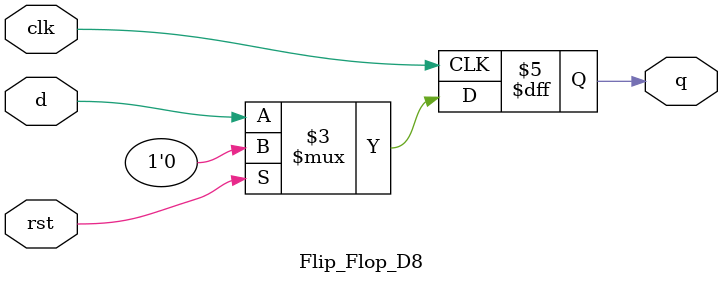
<source format=v>
`timescale 1ns / 1ps
module Flip_Flop_D8(
    input clk,
    input d,
    input rst,
    output reg q
    );

	 always @(posedge clk)
	 if (rst) 
	 q <= 0;
	 else
	 q <= d;


endmodule

</source>
